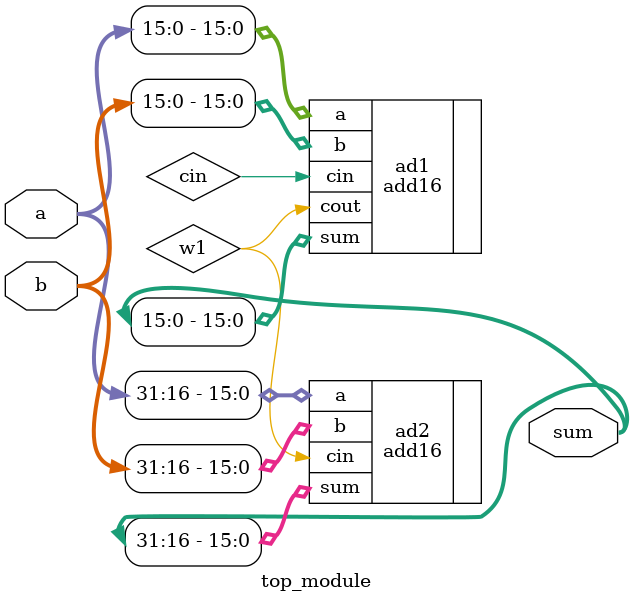
<source format=v>
module top_module(
    input [31:0] a,
    input [31:0] b,
    output [31:0] sum
);
   wire w1;
   wire cin;
    add16 ad1(.a(a[15:0]), .b(b[15:0]),.sum(sum[15:0]),.cin(cin), .cout(w1));
    add16 ad2(.a(a[31:16]), .b(b[31:16]),.sum(sum[31:16]), .cin(w1));
endmodule

</source>
